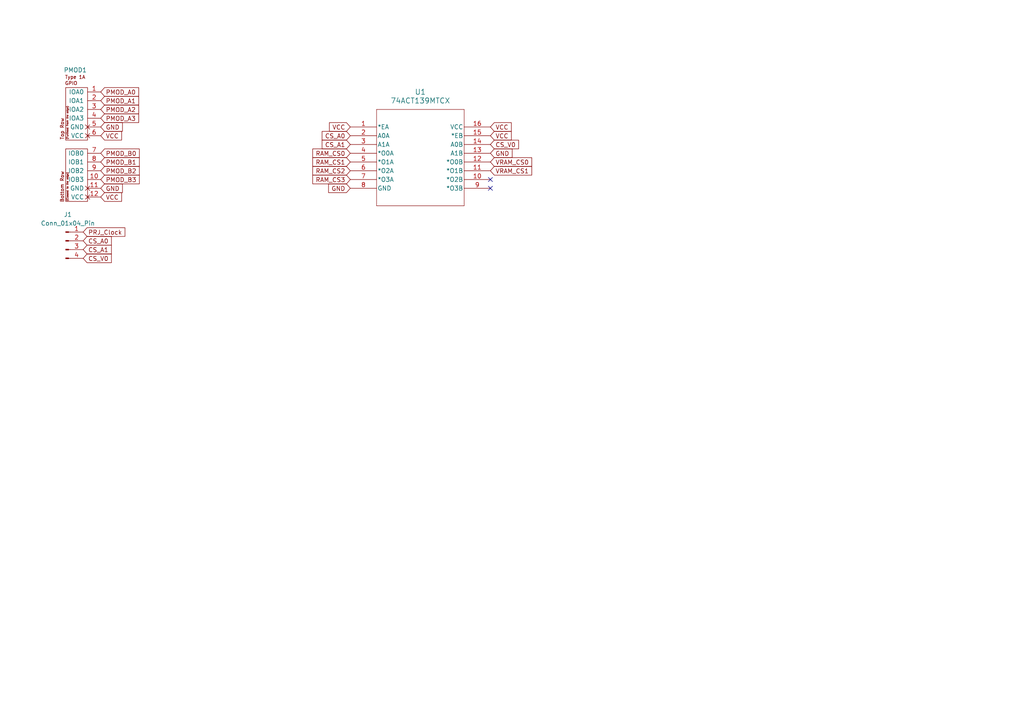
<source format=kicad_sch>
(kicad_sch (version 20250114) (generator "eeschema") (generator_version "9.0")
  (paper "A4")
  (lib_symbols
    (symbol "Connector:Conn_01x04_Pin" (pin_names (offset 1.016) (hide yes))
      (property "Reference" "J" (at 0 5.08 0))
      (property "Value" "Conn_01x04_Pin" (at 0 -7.62 0))
      (symbol "Conn_01x04_Pin_1_1"
        (rectangle (start 0.8636 2.667) (end 0 2.413) (stroke (width 0.1524)) (fill (type outline)))
        (rectangle (start 0.8636 0.127) (end 0 -0.127) (stroke (width 0.1524)) (fill (type outline)))
        (rectangle (start 0.8636 -2.413) (end 0 -2.667) (stroke (width 0.1524)) (fill (type outline)))
        (rectangle (start 0.8636 -4.953) (end 0 -5.207) (stroke (width 0.1524)) (fill (type outline)))
        (polyline (pts (xy 1.27 2.54) (xy 0.8636 2.54)) (stroke (width 0.1524)))
        (polyline (pts (xy 1.27 0) (xy 0.8636 0)) (stroke (width 0.1524)))
        (polyline (pts (xy 1.27 -2.54) (xy 0.8636 -2.54)) (stroke (width 0.1524)))
        (polyline (pts (xy 1.27 -5.08) (xy 0.8636 -5.08)) (stroke (width 0.1524)))
        (pin passive line (at 5.08 2.54 180) (length 3.81) (name "Pin_1") (number "1"))
        (pin passive line (at 5.08 0 180) (length 3.81) (name "Pin_2") (number "2"))
        (pin passive line (at 5.08 -2.54 180) (length 3.81) (name "Pin_3") (number "3"))
        (pin passive line (at 5.08 -5.08 180) (length 3.81) (name "Pin_4") (number "4"))
      )
    )
    (symbol "demux:74ACT139MTCX" (pin_names (offset 0.254))
      (property "Reference" "U" (at 20.32 10.16 0))
      (property "Value" "74ACT139MTCX" (at 20.32 7.62 0))
      (symbol "74ACT139MTCX_0_1"
        (polyline (pts (xy 7.62 5.08) (xy 7.62 -22.86)) (stroke (width 0.127)))
        (polyline (pts (xy 7.62 -22.86) (xy 33.02 -22.86)) (stroke (width 0.127)))
        (polyline (pts (xy 33.02 5.08) (xy 7.62 5.08)) (stroke (width 0.127)))
        (polyline (pts (xy 33.02 -22.86) (xy 33.02 5.08)) (stroke (width 0.127)))
        (pin unspecified line (at 0 0 0) (length 7.62) (name "*EA") (number "1"))
        (pin bidirectional line (at 0 -2.54 0) (length 7.62) (name "A0A") (number "2"))
        (pin bidirectional line (at 0 -5.08 0) (length 7.62) (name "A1A") (number "3"))
        (pin bidirectional line (at 0 -7.62 0) (length 7.62) (name "*O0A") (number "4"))
        (pin bidirectional line (at 0 -10.16 0) (length 7.62) (name "*O1A") (number "5"))
        (pin bidirectional line (at 0 -12.7 0) (length 7.62) (name "*O2A") (number "6"))
        (pin bidirectional line (at 0 -15.24 0) (length 7.62) (name "*O3A") (number "7"))
        (pin power_out line (at 0 -17.78 0) (length 7.62) (name "GND") (number "8"))
        (pin power_in line (at 40.64 0 180) (length 7.62) (name "VCC") (number "16"))
        (pin unspecified line (at 40.64 -2.54 180) (length 7.62) (name "*EB") (number "15"))
        (pin bidirectional line (at 40.64 -5.08 180) (length 7.62) (name "A0B") (number "14"))
        (pin bidirectional line (at 40.64 -7.62 180) (length 7.62) (name "A1B") (number "13"))
        (pin bidirectional line (at 40.64 -10.16 180) (length 7.62) (name "*O0B") (number "12"))
        (pin bidirectional line (at 40.64 -12.7 180) (length 7.62) (name "*O1B") (number "11"))
        (pin bidirectional line (at 40.64 -15.24 180) (length 7.62) (name "*O2B") (number "10"))
        (pin bidirectional line (at 40.64 -17.78 180) (length 7.62) (name "*O3B") (number "9"))
      )
    )
    (symbol "pmod:PMOD-Device-x2-Type-1A-GPIO" (pin_names (offset 1.016))
      (property "Reference" "PMOD" (at -3.302 -1.27 0))
      (property "Datasheet" "https://docs.google.com/a/mithis.com/spreadsheets/d/1D-GboyrP57VVpejQzEm0P1WEORo1LAIt92hk1bZGEoo/edit#gid=0" (at -1.27 7.62 0))
      (symbol "PMOD-Device-x2-Type-1A-GPIO_0_0"
        (text "Top Row" (at -7.366 3.302 900) (effects (font (size 0.9906 0.9906))))
        (text "Bottom Row" (at -7.366 -13.462 900) (effects (font (size 0.9906 0.9906))))
        (text "Type 1A" (at -6.604 18.288 0) (effects (font (size 0.9906 0.9906)) (justify left)))
        (text "GPIO" (at -6.604 16.51 0) (effects (font (size 0.9906 0.9906)) (justify left)))
        (text "(Furthest from the edge)" (at -5.842 5.08 900) (effects (font (size 0.508 0.508))))
        (text "(Closest to the edge)" (at -5.842 -13.462 900) (effects (font (size 0.508 0.508))))
      )
      (symbol "PMOD-Device-x2-Type-1A-GPIO_0_1"
        (rectangle (start -6.35 -2.54) (end 0 -17.78))
        (rectangle (start 0 15.24) (end -6.35 0))
      )
      (symbol "PMOD-Device-x2-Type-1A-GPIO_1_1"
        (pin bidirectional line (at 3.81 13.97 180) (length 3.81) (name "IOA0") (number "1"))
        (pin bidirectional line (at 3.81 11.43 180) (length 3.81) (name "IOA1") (number "2"))
        (pin bidirectional line (at 3.81 8.89 180) (length 3.81) (name "IOA2") (number "3"))
        (pin bidirectional line (at 3.81 6.35 180) (length 3.81) (name "IOA3") (number "4"))
        (pin power_out non_logic (at 3.81 3.81 180) (length 3.81) (name "GND") (number "5"))
        (pin power_out non_logic (at 3.81 1.27 180) (length 3.81) (name "VCC") (number "6"))
        (pin bidirectional line (at 3.81 -3.81 180) (length 3.81) (name "IOB0") (number "7"))
        (pin bidirectional line (at 3.81 -6.35 180) (length 3.81) (name "IOB1") (number "8"))
        (pin bidirectional line (at 3.81 -8.89 180) (length 3.81) (name "IOB2") (number "9"))
        (pin bidirectional line (at 3.81 -11.43 180) (length 3.81) (name "IOB3") (number "10"))
        (pin power_out non_logic (at 3.81 -13.97 180) (length 3.81) (name "GND") (number "11"))
        (pin power_out non_logic (at 3.81 -16.51 180) (length 3.81) (name "VCC") (number "12"))
      )
    )
  )
  (no_connect (at 142.24 52.07))
  (no_connect (at 142.24 54.61))
  (global_label "VCC" (shape input) (at 101.6 36.83 180) (property "Intersheetrefs" "${INTERSHEET_REFS}" (effects (hide yes))))
  (global_label "GND" (shape input) (at 101.6 54.61 180) (property "Intersheetrefs" "${INTERSHEET_REFS}" (effects (hide yes))))
  (global_label "CS_A0" (shape input) (at 24.13 69.85 0) (property "Intersheetrefs" "${INTERSHEET_REFS}" (effects (hide yes))))
  (global_label "VCC" (shape input) (at 142.24 39.37 0) (property "Intersheetrefs" "${INTERSHEET_REFS}" (effects (hide yes))))
  (global_label "PRJ_Clock" (shape input) (at 24.13 67.31 0) (property "Intersheetrefs" "${INTERSHEET_REFS}" (effects (hide yes))))
  (global_label "RAM_CS0" (shape input) (at 101.6 44.45 180) (property "Intersheetrefs" "${INTERSHEET_REFS}" (effects (hide yes))))
  (global_label "VRAM_CS1" (shape input) (at 142.24 49.53 0) (property "Intersheetrefs" "${INTERSHEET_REFS}" (effects (hide yes))))
  (global_label "CS_V0" (shape input) (at 24.13 74.93 0) (property "Intersheetrefs" "${INTERSHEET_REFS}" (effects (hide yes))))
  (global_label "VCC" (shape input) (at 29.21 39.37 0) (property "Intersheetrefs" "${INTERSHEET_REFS}" (effects (hide yes))))
  (global_label "CS_A1" (shape input) (at 101.6 41.91 180) (property "Intersheetrefs" "${INTERSHEET_REFS}" (effects (hide yes))))
  (global_label "CS_V0" (shape input) (at 142.24 41.91 0) (property "Intersheetrefs" "${INTERSHEET_REFS}" (effects (hide yes))))
  (global_label "PMOD_A3" (shape input) (at 29.21 34.29 0) (property "Intersheetrefs" "${INTERSHEET_REFS}" (effects (hide yes))))
  (global_label "GND" (shape input) (at 29.21 36.83 0) (property "Intersheetrefs" "${INTERSHEET_REFS}" (effects (hide yes))))
  (global_label "VCC" (shape input) (at 142.24 36.83 0) (property "Intersheetrefs" "${INTERSHEET_REFS}" (effects (hide yes))))
  (global_label "PMOD_A2" (shape input) (at 29.21 31.75 0) (property "Intersheetrefs" "${INTERSHEET_REFS}" (effects (hide yes))))
  (global_label "CS_A1" (shape input) (at 24.13 72.39 0) (property "Intersheetrefs" "${INTERSHEET_REFS}" (effects (hide yes))))
  (global_label "GND" (shape input) (at 29.21 54.61 0) (property "Intersheetrefs" "${INTERSHEET_REFS}" (effects (hide yes))))
  (global_label "PMOD_A0" (shape input) (at 29.21 26.67 0) (property "Intersheetrefs" "${INTERSHEET_REFS}" (effects (hide yes))))
  (global_label "PMOD_B0" (shape input) (at 29.21 44.45 0) (property "Intersheetrefs" "${INTERSHEET_REFS}" (effects (hide yes))))
  (global_label "PMOD_A1" (shape input) (at 29.21 29.21 0) (property "Intersheetrefs" "${INTERSHEET_REFS}" (effects (hide yes))))
  (global_label "RAM_CS1" (shape input) (at 101.6 46.99 180) (property "Intersheetrefs" "${INTERSHEET_REFS}" (effects (hide yes))))
  (global_label "PMOD_B3" (shape input) (at 29.21 52.07 0) (property "Intersheetrefs" "${INTERSHEET_REFS}" (effects (hide yes))))
  (global_label "PMOD_B2" (shape input) (at 29.21 49.53 0) (property "Intersheetrefs" "${INTERSHEET_REFS}" (effects (hide yes))))
  (global_label "GND" (shape input) (at 142.24 44.45 0) (property "Intersheetrefs" "${INTERSHEET_REFS}" (effects (hide yes))))
  (global_label "CS_A0" (shape input) (at 101.6 39.37 180) (property "Intersheetrefs" "${INTERSHEET_REFS}" (effects (hide yes))))
  (global_label "RAM_CS2" (shape input) (at 101.6 49.53 180) (property "Intersheetrefs" "${INTERSHEET_REFS}" (effects (hide yes))))
  (global_label "VCC" (shape input) (at 29.21 57.15 0) (property "Intersheetrefs" "${INTERSHEET_REFS}" (effects (hide yes))))
  (global_label "RAM_CS3" (shape input) (at 101.6 52.07 180) (property "Intersheetrefs" "${INTERSHEET_REFS}" (effects (hide yes))))
  (global_label "PMOD_B1" (shape input) (at 29.21 46.99 0) (property "Intersheetrefs" "${INTERSHEET_REFS}" (effects (hide yes))))
  (global_label "VRAM_CS0" (shape input) (at 142.24 46.99 0) (property "Intersheetrefs" "${INTERSHEET_REFS}" (effects (hide yes))))
  (symbol (lib_id "pmod:PMOD-Device-x2-Type-1A-GPIO") (at 25.4 40.64 0) (unit 1)
    (property "Reference" "PMOD1" (at 21.844 20.32 0))
    (property "Value" "PMOD-Device-x2-Type-1A-GPIO" (effects (hide yes)))
    (property "Footprint" "pmod-conn_6x2:pmod_pin_array_6x2" (effects (hide yes)))
    (property "Datasheet" "https://docs.google.com/a/mithis.com/spreadsheets/d/1D-GboyrP57VVpejQzEm0P1WEORo1LAIt92hk1bZGEoo/edit#gid=0" (effects (hide yes)))
    (property "Description" "PMOD Device Type 1A (Expanded/Dual GPIO)" (effects (hide yes)))
  )
  (symbol (lib_id "Connector:Conn_01x04_Pin") (at 19.05 69.85 0) (unit 1)
    (property "Reference" "J1" (at 19.685 62.23 0))
    (property "Value" "Conn_01x04_Pin" (at 19.685 64.77 0))
    (property "Description" "Generic connector, single row, 01x04, script generated" (effects (hide yes)))
  )
  (symbol (lib_id "demux:74ACT139MTCX") (at 101.6 36.83 0) (unit 1)
    (property "Reference" "U1" (at 121.92 26.67 0) (effects (font (size 1.524 1.524))))
    (property "Value" "74ACT139MTCX" (at 121.92 29.21 0) (effects (font (size 1.524 1.524))))
    (property "Footprint" "TSSOP16_5X4P5_ONS" (effects (hide yes)))
    (property "Datasheet" "74ACT139MTCX" (effects (hide yes)))
  )
)
</source>
